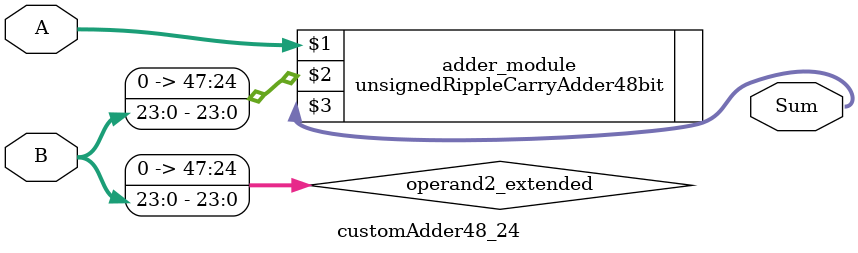
<source format=v>
module customAdder48_24(
                        input [47 : 0] A,
                        input [23 : 0] B,
                        
                        output [48 : 0] Sum
                );

        wire [47 : 0] operand2_extended;
        
        assign operand2_extended =  {24'b0, B};
        
        unsignedRippleCarryAdder48bit adder_module(
            A,
            operand2_extended,
            Sum
        );
        
        endmodule
        
</source>
